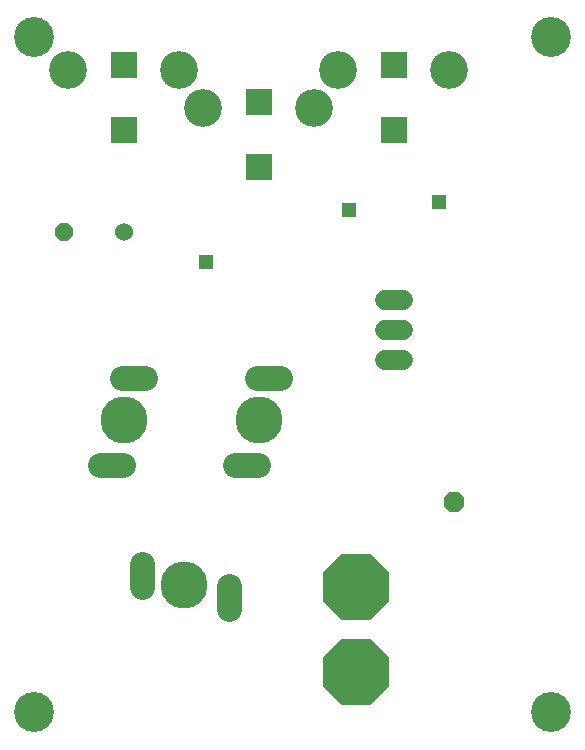
<source format=gbs>
G75*
%MOIN*%
%OFA0B0*%
%FSLAX24Y24*%
%IPPOS*%
%LPD*%
%AMOC8*
5,1,8,0,0,1.08239X$1,22.5*
%
%ADD10C,0.1330*%
%ADD11R,0.0907X0.0907*%
%ADD12C,0.1261*%
%ADD13OC8,0.0674*%
%ADD14OC8,0.0600*%
%ADD15C,0.0600*%
%ADD16C,0.0680*%
%ADD17C,0.1570*%
%ADD18C,0.0848*%
%ADD19OC8,0.2230*%
%ADD20R,0.0476X0.0476*%
D10*
X001350Y001350D03*
X018600Y001350D03*
X018600Y023850D03*
X001350Y023850D03*
D11*
X004350Y022933D03*
X004350Y020767D03*
X008850Y021683D03*
X008850Y019517D03*
X013350Y020767D03*
X013350Y022933D03*
D12*
X011500Y022752D03*
X010700Y021502D03*
X007000Y021502D03*
X006200Y022752D03*
X002500Y022752D03*
X015200Y022752D03*
D13*
X015350Y008350D03*
D14*
X002350Y017350D03*
D15*
X004350Y017350D03*
D16*
X013050Y015100D02*
X013650Y015100D01*
X013650Y014100D02*
X013050Y014100D01*
X013050Y013100D02*
X013650Y013100D01*
D17*
X008850Y011100D03*
X004350Y011100D03*
X006350Y005600D03*
D18*
X004950Y005532D02*
X004950Y006300D01*
X004318Y009600D02*
X003550Y009600D01*
X004282Y012500D02*
X005050Y012500D01*
X008050Y009600D02*
X008818Y009600D01*
X008782Y012500D02*
X009550Y012500D01*
X007850Y005568D02*
X007850Y004800D01*
D19*
X012100Y005517D03*
X012100Y002683D03*
D20*
X007100Y016350D03*
X011850Y018100D03*
X014850Y018350D03*
M02*

</source>
